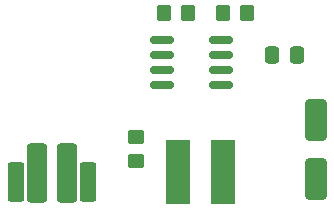
<source format=gtp>
%TF.GenerationSoftware,KiCad,Pcbnew,8.0.4*%
%TF.CreationDate,2025-01-06T15:08:45+00:00*%
%TF.ProjectId,33063_boost,33333036-335f-4626-9f6f-73742e6b6963,rev?*%
%TF.SameCoordinates,Original*%
%TF.FileFunction,Paste,Top*%
%TF.FilePolarity,Positive*%
%FSLAX46Y46*%
G04 Gerber Fmt 4.6, Leading zero omitted, Abs format (unit mm)*
G04 Created by KiCad (PCBNEW 8.0.4) date 2025-01-06 15:08:45*
%MOMM*%
%LPD*%
G01*
G04 APERTURE LIST*
G04 Aperture macros list*
%AMRoundRect*
0 Rectangle with rounded corners*
0 $1 Rounding radius*
0 $2 $3 $4 $5 $6 $7 $8 $9 X,Y pos of 4 corners*
0 Add a 4 corners polygon primitive as box body*
4,1,4,$2,$3,$4,$5,$6,$7,$8,$9,$2,$3,0*
0 Add four circle primitives for the rounded corners*
1,1,$1+$1,$2,$3*
1,1,$1+$1,$4,$5*
1,1,$1+$1,$6,$7*
1,1,$1+$1,$8,$9*
0 Add four rect primitives between the rounded corners*
20,1,$1+$1,$2,$3,$4,$5,0*
20,1,$1+$1,$4,$5,$6,$7,0*
20,1,$1+$1,$6,$7,$8,$9,0*
20,1,$1+$1,$8,$9,$2,$3,0*%
G04 Aperture macros list end*
%ADD10RoundRect,0.200000X-0.620000X-2.300000X0.620000X-2.300000X0.620000X2.300000X-0.620000X2.300000X0*%
%ADD11R,2.150000X5.500000*%
%ADD12RoundRect,0.250000X0.450000X-0.350000X0.450000X0.350000X-0.450000X0.350000X-0.450000X-0.350000X0*%
%ADD13RoundRect,0.250000X-0.350000X-0.450000X0.350000X-0.450000X0.350000X0.450000X-0.350000X0.450000X0*%
%ADD14RoundRect,0.249999X0.450001X1.425001X-0.450001X1.425001X-0.450001X-1.425001X0.450001X-1.425001X0*%
%ADD15RoundRect,0.250000X-0.650000X1.500000X-0.650000X-1.500000X0.650000X-1.500000X0.650000X1.500000X0*%
%ADD16RoundRect,0.150000X0.825000X0.150000X-0.825000X0.150000X-0.825000X-0.150000X0.825000X-0.150000X0*%
%ADD17RoundRect,0.250000X-0.337500X-0.475000X0.337500X-0.475000X0.337500X0.475000X-0.337500X0.475000X0*%
G04 APERTURE END LIST*
D10*
%TO.C,R100*%
X62430000Y-66700000D03*
X64970000Y-66700000D03*
%TD*%
D11*
%TO.C,L1*%
X74325000Y-66550000D03*
X78175000Y-66550000D03*
%TD*%
D12*
%TO.C,R2*%
X70750000Y-65650000D03*
X70750000Y-63650000D03*
%TD*%
D13*
%TO.C,R3*%
X73195000Y-53100000D03*
X75195000Y-53100000D03*
%TD*%
D14*
%TO.C,R1*%
X66750000Y-67450000D03*
X60650000Y-67450000D03*
%TD*%
D15*
%TO.C,D1*%
X86020000Y-62160000D03*
X86020000Y-67160000D03*
%TD*%
D13*
%TO.C,R4*%
X78195000Y-53100000D03*
X80195000Y-53100000D03*
%TD*%
D16*
%TO.C,U1*%
X77945000Y-59250000D03*
X77945000Y-57980000D03*
X77945000Y-56710000D03*
X77945000Y-55440000D03*
X72995000Y-55440000D03*
X72995000Y-56710000D03*
X72995000Y-57980000D03*
X72995000Y-59250000D03*
%TD*%
D17*
%TO.C,C2*%
X82307500Y-56700000D03*
X84382500Y-56700000D03*
%TD*%
M02*

</source>
